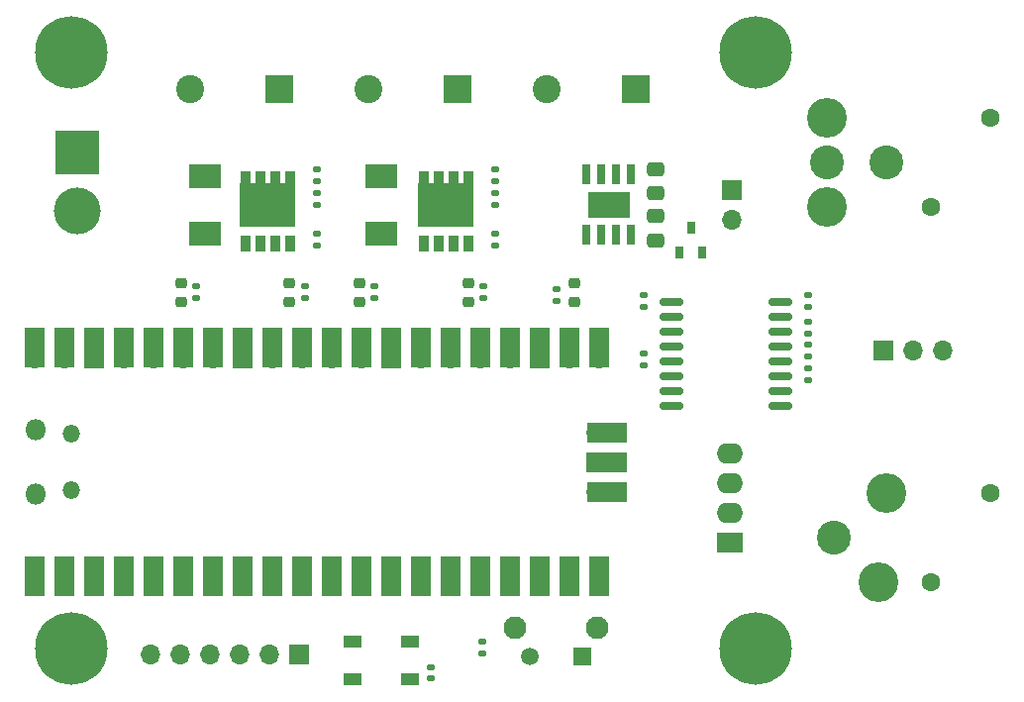
<source format=gbr>
%TF.GenerationSoftware,KiCad,Pcbnew,(6.0.0-0)*%
%TF.CreationDate,2022-10-24T17:37:50+01:00*%
%TF.ProjectId,PicoPyro,5069636f-5079-4726-9f2e-6b696361645f,rev?*%
%TF.SameCoordinates,Original*%
%TF.FileFunction,Soldermask,Top*%
%TF.FilePolarity,Negative*%
%FSLAX46Y46*%
G04 Gerber Fmt 4.6, Leading zero omitted, Abs format (unit mm)*
G04 Created by KiCad (PCBNEW (6.0.0-0)) date 2022-10-24 17:37:50*
%MOMM*%
%LPD*%
G01*
G04 APERTURE LIST*
G04 Aperture macros list*
%AMRoundRect*
0 Rectangle with rounded corners*
0 $1 Rounding radius*
0 $2 $3 $4 $5 $6 $7 $8 $9 X,Y pos of 4 corners*
0 Add a 4 corners polygon primitive as box body*
4,1,4,$2,$3,$4,$5,$6,$7,$8,$9,$2,$3,0*
0 Add four circle primitives for the rounded corners*
1,1,$1+$1,$2,$3*
1,1,$1+$1,$4,$5*
1,1,$1+$1,$6,$7*
1,1,$1+$1,$8,$9*
0 Add four rect primitives between the rounded corners*
20,1,$1+$1,$2,$3,$4,$5,0*
20,1,$1+$1,$4,$5,$6,$7,0*
20,1,$1+$1,$6,$7,$8,$9,0*
20,1,$1+$1,$8,$9,$2,$3,0*%
G04 Aperture macros list end*
%ADD10RoundRect,0.042000X-0.258000X0.833000X-0.258000X-0.833000X0.258000X-0.833000X0.258000X0.833000X0*%
%ADD11R,3.630000X2.300000*%
%ADD12R,1.500000X1.500000*%
%ADD13C,1.500000*%
%ADD14C,1.950000*%
%ADD15R,0.650000X1.100000*%
%ADD16R,0.850000X1.450000*%
%ADD17R,0.850000X1.050000*%
%ADD18R,4.700000X3.750000*%
%ADD19R,2.400000X2.400000*%
%ADD20C,2.400000*%
%ADD21R,2.800000X2.150000*%
%ADD22R,1.700000X1.700000*%
%ADD23O,1.700000X1.700000*%
%ADD24RoundRect,0.250000X0.475000X-0.337500X0.475000X0.337500X-0.475000X0.337500X-0.475000X-0.337500X0*%
%ADD25R,3.500000X1.700000*%
%ADD26R,1.700000X3.500000*%
%ADD27O,1.500000X1.500000*%
%ADD28O,1.800000X1.800000*%
%ADD29C,4.000000*%
%ADD30R,3.800000X3.800000*%
%ADD31C,6.200000*%
%ADD32RoundRect,0.150000X-0.875000X-0.150000X0.875000X-0.150000X0.875000X0.150000X-0.875000X0.150000X0*%
%ADD33RoundRect,0.135000X-0.185000X0.135000X-0.185000X-0.135000X0.185000X-0.135000X0.185000X0.135000X0*%
%ADD34RoundRect,0.135000X0.185000X-0.135000X0.185000X0.135000X-0.185000X0.135000X-0.185000X-0.135000X0*%
%ADD35R,2.250000X1.750000*%
%ADD36O,2.250000X1.750000*%
%ADD37C,3.400000*%
%ADD38C,2.900000*%
%ADD39C,1.600000*%
%ADD40RoundRect,0.218750X0.256250X-0.218750X0.256250X0.218750X-0.256250X0.218750X-0.256250X-0.218750X0*%
%ADD41R,1.500000X1.000000*%
%ADD42RoundRect,0.140000X0.170000X-0.140000X0.170000X0.140000X-0.170000X0.140000X-0.170000X-0.140000X0*%
%ADD43RoundRect,0.140000X-0.170000X0.140000X-0.170000X-0.140000X0.170000X-0.140000X0.170000X0.140000X0*%
G04 APERTURE END LIST*
D10*
%TO.C,U501*%
X178905000Y-73915000D03*
X177635000Y-73915000D03*
X176365000Y-73915000D03*
X175095000Y-73915000D03*
X175095000Y-79085000D03*
X176365000Y-79085000D03*
X177635000Y-79085000D03*
X178905000Y-79085000D03*
D11*
X177000000Y-76500000D03*
%TD*%
D12*
%TO.C,S701*%
X174750000Y-115162500D03*
D13*
X170250000Y-115162500D03*
D14*
X176000000Y-112662500D03*
X169000000Y-112662500D03*
%TD*%
D15*
%TO.C,Q501*%
X183040000Y-80550000D03*
X184960000Y-80550000D03*
X184000000Y-78450000D03*
%TD*%
D16*
%TO.C,Q211*%
X145895000Y-79837500D03*
X147165000Y-79837500D03*
X148435000Y-79837500D03*
X149705000Y-79837500D03*
D17*
X149705000Y-74137500D03*
X148435000Y-74137500D03*
X147165000Y-74137500D03*
X145895000Y-74137500D03*
D18*
X147800000Y-76537500D03*
%TD*%
D16*
%TO.C,Q201*%
X161155000Y-79850000D03*
X162425000Y-79850000D03*
X163695000Y-79850000D03*
X164965000Y-79850000D03*
D17*
X164965000Y-74150000D03*
X163695000Y-74150000D03*
X162425000Y-74150000D03*
X161155000Y-74150000D03*
D18*
X163060000Y-76550000D03*
%TD*%
D19*
%TO.C,J501*%
X179300000Y-66600000D03*
D20*
X171680000Y-66600000D03*
%TD*%
D19*
%TO.C,J202*%
X148810000Y-66600000D03*
D20*
X141190000Y-66600000D03*
%TD*%
D19*
%TO.C,J201*%
X164060000Y-66600000D03*
D20*
X156440000Y-66600000D03*
%TD*%
D21*
%TO.C,F211*%
X142500000Y-74045000D03*
X142500000Y-78955000D03*
%TD*%
%TO.C,F201*%
X157500000Y-74045000D03*
X157500000Y-78955000D03*
%TD*%
D22*
%TO.C,J503*%
X187500000Y-75225000D03*
D23*
X187500000Y-77765000D03*
%TD*%
D24*
%TO.C,C502*%
X181000000Y-77462500D03*
X181000000Y-79537500D03*
%TD*%
%TO.C,C501*%
X181000000Y-73462500D03*
X181000000Y-75537500D03*
%TD*%
D25*
%TO.C,U001*%
X176800000Y-95960000D03*
D23*
X175900000Y-95960000D03*
D25*
X176800000Y-98500000D03*
D22*
X175900000Y-98500000D03*
D23*
X175900000Y-101040000D03*
D25*
X176800000Y-101040000D03*
D26*
X127870000Y-88710000D03*
D23*
X127870000Y-89610000D03*
X130410000Y-89610000D03*
D26*
X130410000Y-88710000D03*
D22*
X132950000Y-89610000D03*
D26*
X132950000Y-88710000D03*
D23*
X135490000Y-89610000D03*
D26*
X135490000Y-88710000D03*
X138030000Y-88710000D03*
D23*
X138030000Y-89610000D03*
X140570000Y-89610000D03*
D26*
X140570000Y-88710000D03*
D23*
X143110000Y-89610000D03*
D26*
X143110000Y-88710000D03*
D22*
X145650000Y-89610000D03*
D26*
X145650000Y-88710000D03*
X148190000Y-88710000D03*
D23*
X148190000Y-89610000D03*
D26*
X150730000Y-88710000D03*
D23*
X150730000Y-89610000D03*
X153270000Y-89610000D03*
D26*
X153270000Y-88710000D03*
X155810000Y-88710000D03*
D23*
X155810000Y-89610000D03*
D26*
X158350000Y-88710000D03*
D22*
X158350000Y-89610000D03*
D26*
X160890000Y-88710000D03*
D23*
X160890000Y-89610000D03*
X163430000Y-89610000D03*
D26*
X163430000Y-88710000D03*
D23*
X165970000Y-89610000D03*
D26*
X165970000Y-88710000D03*
X168510000Y-88710000D03*
D23*
X168510000Y-89610000D03*
D22*
X171050000Y-89610000D03*
D26*
X171050000Y-88710000D03*
D23*
X173590000Y-89610000D03*
D26*
X173590000Y-88710000D03*
D23*
X176130000Y-89610000D03*
D26*
X176130000Y-88710000D03*
D23*
X176130000Y-107390000D03*
D26*
X176130000Y-108290000D03*
X173590000Y-108290000D03*
D23*
X173590000Y-107390000D03*
D22*
X171050000Y-107390000D03*
D26*
X171050000Y-108290000D03*
D23*
X168510000Y-107390000D03*
D26*
X168510000Y-108290000D03*
D23*
X165970000Y-107390000D03*
D26*
X165970000Y-108290000D03*
X163430000Y-108290000D03*
D23*
X163430000Y-107390000D03*
X160890000Y-107390000D03*
D26*
X160890000Y-108290000D03*
X158350000Y-108290000D03*
D22*
X158350000Y-107390000D03*
D26*
X155810000Y-108290000D03*
D23*
X155810000Y-107390000D03*
X153270000Y-107390000D03*
D26*
X153270000Y-108290000D03*
X150730000Y-108290000D03*
D23*
X150730000Y-107390000D03*
X148190000Y-107390000D03*
D26*
X148190000Y-108290000D03*
X145650000Y-108290000D03*
D22*
X145650000Y-107390000D03*
D23*
X143110000Y-107390000D03*
D26*
X143110000Y-108290000D03*
X140570000Y-108290000D03*
D23*
X140570000Y-107390000D03*
D26*
X138030000Y-108290000D03*
D23*
X138030000Y-107390000D03*
D26*
X135490000Y-108290000D03*
D23*
X135490000Y-107390000D03*
D22*
X132950000Y-107390000D03*
D26*
X132950000Y-108290000D03*
X130410000Y-108290000D03*
D23*
X130410000Y-107390000D03*
D26*
X127870000Y-108290000D03*
D23*
X127870000Y-107390000D03*
D27*
X131030000Y-96075000D03*
X131030000Y-100925000D03*
D28*
X128000000Y-101225000D03*
X128000000Y-95775000D03*
%TD*%
D29*
%TO.C,J502*%
X131500000Y-77000000D03*
D30*
X131500000Y-72000000D03*
%TD*%
D31*
%TO.C,*%
X189500000Y-114500000D03*
%TD*%
%TO.C,*%
X189500000Y-63500000D03*
%TD*%
%TO.C,*%
X131000000Y-114500000D03*
%TD*%
%TO.C,*%
X131000000Y-63500000D03*
%TD*%
D32*
%TO.C,U101*%
X182350000Y-84805000D03*
X182350000Y-86075000D03*
X182350000Y-87345000D03*
X182350000Y-88615000D03*
X182350000Y-89885000D03*
X182350000Y-91155000D03*
X182350000Y-92425000D03*
X182350000Y-93695000D03*
X191650000Y-93695000D03*
X191650000Y-92425000D03*
X191650000Y-91155000D03*
X191650000Y-89885000D03*
X191650000Y-88615000D03*
X191650000Y-87345000D03*
X191650000Y-86075000D03*
X191650000Y-84805000D03*
%TD*%
D33*
%TO.C,R701*%
X166200000Y-114910000D03*
X166200000Y-113890000D03*
%TD*%
D34*
%TO.C,R601*%
X172499999Y-83702501D03*
X172499999Y-84722501D03*
%TD*%
%TO.C,R411*%
X141700000Y-83490000D03*
X141700000Y-84510000D03*
%TD*%
%TO.C,R401*%
X156960000Y-83490000D03*
X156960000Y-84510000D03*
%TD*%
%TO.C,R214*%
X152000000Y-76510000D03*
X152000000Y-75490000D03*
%TD*%
D33*
%TO.C,R213*%
X152000000Y-73490000D03*
X152000000Y-74510000D03*
%TD*%
D34*
%TO.C,R212*%
X151000000Y-84510000D03*
X151000000Y-83490000D03*
%TD*%
D33*
%TO.C,R211*%
X152000000Y-78999999D03*
X152000000Y-80019999D03*
%TD*%
D34*
%TO.C,R204*%
X167260000Y-76510000D03*
X167260000Y-75490000D03*
%TD*%
D33*
%TO.C,R203*%
X167260000Y-74510000D03*
X167260000Y-73490000D03*
%TD*%
D34*
%TO.C,R202*%
X166260000Y-84510000D03*
X166260000Y-83490000D03*
%TD*%
D33*
%TO.C,R201*%
X167260000Y-80019999D03*
X167260000Y-78999999D03*
%TD*%
D34*
%TO.C,R104*%
X194000000Y-87510000D03*
X194000000Y-86490000D03*
%TD*%
%TO.C,R103*%
X194000000Y-90490000D03*
X194000000Y-91510000D03*
%TD*%
%TO.C,R102*%
X194000000Y-88490000D03*
X194000000Y-89510000D03*
%TD*%
D33*
%TO.C,R101*%
X180000000Y-90260000D03*
X180000000Y-89240000D03*
%TD*%
D35*
%TO.C,PS101*%
X187342500Y-105357500D03*
D36*
X187342500Y-102817500D03*
X187342500Y-100277500D03*
X187342500Y-97737500D03*
%TD*%
D22*
%TO.C,J103*%
X200475000Y-89000000D03*
D23*
X203015000Y-89000000D03*
X205555000Y-89000000D03*
%TD*%
D37*
%TO.C,J102*%
X195610000Y-69040000D03*
X195610000Y-76660000D03*
D38*
X195610000Y-72850000D03*
D39*
X209580000Y-69040000D03*
X204500000Y-76660000D03*
D38*
X200690000Y-72850000D03*
%TD*%
D39*
%TO.C,J101*%
X204510000Y-108810000D03*
X209590000Y-101190000D03*
D38*
X196250000Y-105000000D03*
D37*
X200065000Y-108810000D03*
X200700000Y-101190000D03*
%TD*%
D23*
%TO.C,J001*%
X137800000Y-115000000D03*
X140340000Y-115000000D03*
X142880000Y-115000000D03*
X145420000Y-115000000D03*
X147960000Y-115000000D03*
D22*
X150500000Y-115000000D03*
%TD*%
D40*
%TO.C,D601*%
X174000000Y-84787500D03*
X174000000Y-83212500D03*
%TD*%
%TO.C,D411*%
X140400000Y-84787500D03*
X140400000Y-83212500D03*
%TD*%
%TO.C,D401*%
X155660000Y-84787500D03*
X155660000Y-83212500D03*
%TD*%
D41*
%TO.C,D301*%
X159950000Y-117100000D03*
X159950000Y-113900000D03*
X155050000Y-117100000D03*
X155050000Y-113900000D03*
%TD*%
D40*
%TO.C,D211*%
X149700000Y-84787500D03*
X149700000Y-83212500D03*
%TD*%
%TO.C,D201*%
X164960000Y-83212500D03*
X164960000Y-84787500D03*
%TD*%
D42*
%TO.C,C301*%
X161750000Y-116040000D03*
X161750000Y-117000000D03*
%TD*%
D43*
%TO.C,C102*%
X194000000Y-84270000D03*
X194000000Y-85230000D03*
%TD*%
%TO.C,C101*%
X180000000Y-84270000D03*
X180000000Y-85230000D03*
%TD*%
M02*

</source>
